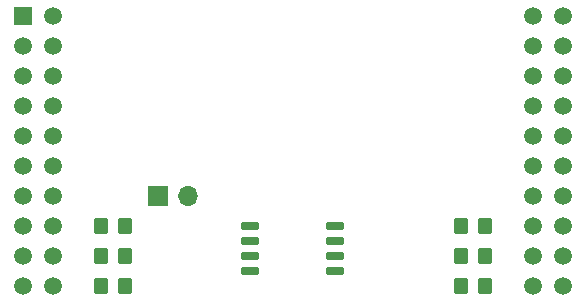
<source format=gbr>
%TF.GenerationSoftware,KiCad,Pcbnew,7.0.0*%
%TF.CreationDate,2023-03-21T20:03:06+00:00*%
%TF.ProjectId,SOIC-8_Breakout,534f4943-2d38-45f4-9272-65616b6f7574,1.0*%
%TF.SameCoordinates,Original*%
%TF.FileFunction,Soldermask,Top*%
%TF.FilePolarity,Negative*%
%FSLAX46Y46*%
G04 Gerber Fmt 4.6, Leading zero omitted, Abs format (unit mm)*
G04 Created by KiCad (PCBNEW 7.0.0) date 2023-03-21 20:03:06*
%MOMM*%
%LPD*%
G01*
G04 APERTURE LIST*
G04 Aperture macros list*
%AMRoundRect*
0 Rectangle with rounded corners*
0 $1 Rounding radius*
0 $2 $3 $4 $5 $6 $7 $8 $9 X,Y pos of 4 corners*
0 Add a 4 corners polygon primitive as box body*
4,1,4,$2,$3,$4,$5,$6,$7,$8,$9,$2,$3,0*
0 Add four circle primitives for the rounded corners*
1,1,$1+$1,$2,$3*
1,1,$1+$1,$4,$5*
1,1,$1+$1,$6,$7*
1,1,$1+$1,$8,$9*
0 Add four rect primitives between the rounded corners*
20,1,$1+$1,$2,$3,$4,$5,0*
20,1,$1+$1,$4,$5,$6,$7,0*
20,1,$1+$1,$6,$7,$8,$9,0*
20,1,$1+$1,$8,$9,$2,$3,0*%
G04 Aperture macros list end*
%ADD10R,1.520000X1.520000*%
%ADD11C,1.520000*%
%ADD12RoundRect,0.250000X0.350000X0.450000X-0.350000X0.450000X-0.350000X-0.450000X0.350000X-0.450000X0*%
%ADD13RoundRect,0.250000X-0.350000X-0.450000X0.350000X-0.450000X0.350000X0.450000X-0.350000X0.450000X0*%
%ADD14RoundRect,0.150000X0.650000X0.150000X-0.650000X0.150000X-0.650000X-0.150000X0.650000X-0.150000X0*%
%ADD15R,1.700000X1.700000*%
%ADD16O,1.700000X1.700000*%
G04 APERTURE END LIST*
D10*
%TO.C,U2*%
X72389999Y-44449999D03*
D11*
X72390000Y-46990000D03*
X72390000Y-49530000D03*
X72390000Y-52070000D03*
X72390000Y-54610000D03*
X72390000Y-57150000D03*
X72390000Y-59690000D03*
X72390000Y-62230000D03*
X72390000Y-64770000D03*
X72390000Y-67310000D03*
X118110000Y-44450000D03*
X74930000Y-44450000D03*
X115570000Y-44450000D03*
X118110000Y-46990000D03*
X74930000Y-46990000D03*
X115570000Y-46990000D03*
X118110000Y-49530000D03*
X74930000Y-49530000D03*
X115570000Y-49530000D03*
X118110000Y-52070000D03*
X74930000Y-52070000D03*
X115570000Y-52070000D03*
X118110000Y-54610000D03*
X74930000Y-54610000D03*
X115570000Y-54610000D03*
X118110000Y-57150000D03*
X74930000Y-57150000D03*
X115570000Y-57150000D03*
X118110000Y-59690000D03*
X74930000Y-59690000D03*
X115570000Y-59690000D03*
X118110000Y-62230000D03*
X74930000Y-62230000D03*
X115570000Y-62230000D03*
X118110000Y-64770000D03*
X74930000Y-64770000D03*
X115570000Y-64770000D03*
X118110000Y-67310000D03*
X74930000Y-67310000D03*
X115570000Y-67310000D03*
%TD*%
D12*
%TO.C,R6*%
X81010000Y-67310000D03*
X79010000Y-67310000D03*
%TD*%
%TO.C,R5*%
X79010000Y-64770000D03*
X81010000Y-64770000D03*
%TD*%
D13*
%TO.C,R4*%
X109490000Y-62230000D03*
X111490000Y-62230000D03*
%TD*%
D12*
%TO.C,R3*%
X81010000Y-62230000D03*
X79010000Y-62230000D03*
%TD*%
D13*
%TO.C,R2*%
X109490000Y-67310000D03*
X111490000Y-67310000D03*
%TD*%
D12*
%TO.C,R1*%
X111490000Y-64770000D03*
X109490000Y-64770000D03*
%TD*%
D14*
%TO.C,U1*%
X98850000Y-66040000D03*
X98850000Y-64770000D03*
X98850000Y-63500000D03*
X98850000Y-62230000D03*
X91650000Y-62230000D03*
X91650000Y-63500000D03*
X91650000Y-64770000D03*
X91650000Y-66040000D03*
%TD*%
D15*
%TO.C,J1*%
X83819999Y-59689999D03*
D16*
X86359999Y-59689999D03*
%TD*%
M02*

</source>
